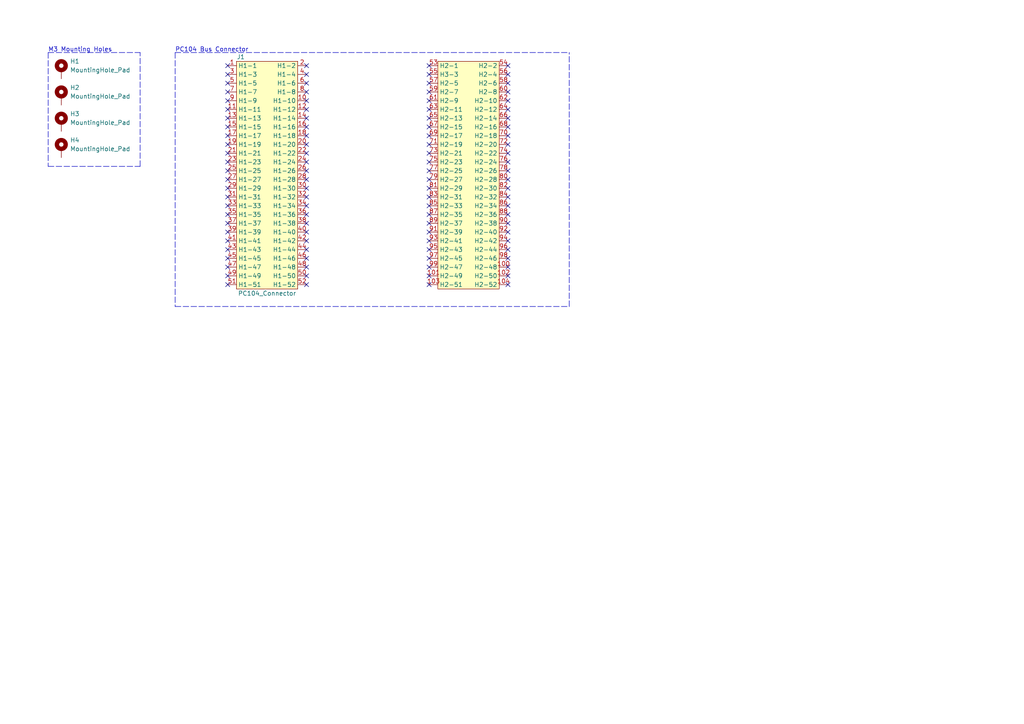
<source format=kicad_sch>
(kicad_sch (version 20211123) (generator eeschema)
  (paper "A4")
  (lib_symbols
    (symbol "Mechanical:MountingHole_Pad" (pin_numbers hide) (pin_names (offset 1.016) hide)
      (property "Reference" "H" (at 0 6.35 0))
      (property "Value" "MountingHole_Pad" (at 0 4.445 0))
      (symbol "MountingHole_Pad_0_1"
        (circle (center 0 1.27) (radius 1.27) (stroke (width 1.27)))
      )
      (symbol "MountingHole_Pad_1_1"
        (pin input line (at 0 -2.54 90) (length 2.54) (name "1") (number "1"))
      )
    )
    (symbol "qset-connector-library:PC104_Connector"
      (property "Reference" "J1" (at -36.83 -1.27 0))
      (property "Value" "PC104_Connector" (at -29.21 -69.85 0))
      (symbol "PC104_Connector_0_1"
        (rectangle (start -38.1 -2.54) (end -20.32 -68.58) (fill (type background)))
        (rectangle (start 20.32 -2.54) (end 38.1 -68.58) (fill (type background)))
      )
      (symbol "PC104_Connector_1_1"
        (pin bidirectional line (at -40.64 -3.81 0) (length 2.54) (name "H1-1") (number "1"))
        (pin bidirectional line (at -17.78 -13.97 180) (length 2.54) (name "H1-10") (number "10"))
        (pin bidirectional line (at 40.64 -62.23 180) (length 2.54) (name "H2-48") (number "100"))
        (pin bidirectional line (at 17.78 -64.77 0) (length 2.54) (name "H2-49") (number "101"))
        (pin bidirectional line (at 40.64 -64.77 180) (length 2.54) (name "H2-50") (number "102"))
        (pin bidirectional line (at 17.78 -67.31 0) (length 2.54) (name "H2-51") (number "103"))
        (pin bidirectional line (at 40.64 -67.31 180) (length 2.54) (name "H2-52") (number "104"))
        (pin bidirectional line (at -40.64 -16.51 0) (length 2.54) (name "H1-11") (number "11"))
        (pin bidirectional line (at -17.78 -16.51 180) (length 2.54) (name "H1-12") (number "12"))
        (pin bidirectional line (at -40.64 -19.05 0) (length 2.54) (name "H1-13") (number "13"))
        (pin bidirectional line (at -17.78 -19.05 180) (length 2.54) (name "H1-14") (number "14"))
        (pin bidirectional line (at -40.64 -21.59 0) (length 2.54) (name "H1-15") (number "15"))
        (pin bidirectional line (at -17.78 -21.59 180) (length 2.54) (name "H1-16") (number "16"))
        (pin bidirectional line (at -40.64 -24.13 0) (length 2.54) (name "H1-17") (number "17"))
        (pin bidirectional line (at -17.78 -24.13 180) (length 2.54) (name "H1-18") (number "18"))
        (pin bidirectional line (at -40.64 -26.67 0) (length 2.54) (name "H1-19") (number "19"))
        (pin bidirectional line (at -17.78 -3.81 180) (length 2.54) (name "H1-2") (number "2"))
        (pin bidirectional line (at -17.78 -26.67 180) (length 2.54) (name "H1-20") (number "20"))
        (pin bidirectional line (at -40.64 -29.21 0) (length 2.54) (name "H1-21") (number "21"))
        (pin bidirectional line (at -17.78 -29.21 180) (length 2.54) (name "H1-22") (number "22"))
        (pin bidirectional line (at -40.64 -31.75 0) (length 2.54) (name "H1-23") (number "23"))
        (pin bidirectional line (at -17.78 -31.75 180) (length 2.54) (name "H1-24") (number "24"))
        (pin bidirectional line (at -40.64 -34.29 0) (length 2.54) (name "H1-25") (number "25"))
        (pin bidirectional line (at -17.78 -34.29 180) (length 2.54) (name "H1-26") (number "26"))
        (pin bidirectional line (at -40.64 -36.83 0) (length 2.54) (name "H1-27") (number "27"))
        (pin bidirectional line (at -17.78 -36.83 180) (length 2.54) (name "H1-28") (number "28"))
        (pin bidirectional line (at -40.64 -39.37 0) (length 2.54) (name "H1-29") (number "29"))
        (pin bidirectional line (at -40.64 -6.35 0) (length 2.54) (name "H1-3") (number "3"))
        (pin bidirectional line (at -17.78 -39.37 180) (length 2.54) (name "H1-30") (number "30"))
        (pin bidirectional line (at -40.64 -41.91 0) (length 2.54) (name "H1-31") (number "31"))
        (pin bidirectional line (at -17.78 -41.91 180) (length 2.54) (name "H1-32") (number "32"))
        (pin bidirectional line (at -40.64 -44.45 0) (length 2.54) (name "H1-33") (number "33"))
        (pin bidirectional line (at -17.78 -44.45 180) (length 2.54) (name "H1-34") (number "34"))
        (pin bidirectional line (at -40.64 -46.99 0) (length 2.54) (name "H1-35") (number "35"))
        (pin bidirectional line (at -17.78 -46.99 180) (length 2.54) (name "H1-36") (number "36"))
        (pin bidirectional line (at -40.64 -49.53 0) (length 2.54) (name "H1-37") (number "37"))
        (pin bidirectional line (at -17.78 -49.53 180) (length 2.54) (name "H1-38") (number "38"))
        (pin bidirectional line (at -40.64 -52.07 0) (length 2.54) (name "H1-39") (number "39"))
        (pin bidirectional line (at -17.78 -6.35 180) (length 2.54) (name "H1-4") (number "4"))
        (pin bidirectional line (at -17.78 -52.07 180) (length 2.54) (name "H1-40") (number "40"))
        (pin bidirectional line (at -40.64 -54.61 0) (length 2.54) (name "H1-41") (number "41"))
        (pin bidirectional line (at -17.78 -54.61 180) (length 2.54) (name "H1-42") (number "42"))
        (pin bidirectional line (at -40.64 -57.15 0) (length 2.54) (name "H1-43") (number "43"))
        (pin bidirectional line (at -17.78 -57.15 180) (length 2.54) (name "H1-44") (number "44"))
        (pin bidirectional line (at -40.64 -59.69 0) (length 2.54) (name "H1-45") (number "45"))
        (pin bidirectional line (at -17.78 -59.69 180) (length 2.54) (name "H1-46") (number "46"))
        (pin bidirectional line (at -40.64 -62.23 0) (length 2.54) (name "H1-47") (number "47"))
        (pin bidirectional line (at -17.78 -62.23 180) (length 2.54) (name "H1-48") (number "48"))
        (pin bidirectional line (at -40.64 -64.77 0) (length 2.54) (name "H1-49") (number "49"))
        (pin bidirectional line (at -40.64 -8.89 0) (length 2.54) (name "H1-5") (number "5"))
        (pin bidirectional line (at -17.78 -64.77 180) (length 2.54) (name "H1-50") (number "50"))
        (pin bidirectional line (at -40.64 -67.31 0) (length 2.54) (name "H1-51") (number "51"))
        (pin bidirectional line (at -17.78 -67.31 180) (length 2.54) (name "H1-52") (number "52"))
        (pin bidirectional line (at 17.78 -3.81 0) (length 2.54) (name "H2-1") (number "53"))
        (pin bidirectional line (at 40.64 -3.81 180) (length 2.54) (name "H2-2") (number "54"))
        (pin bidirectional line (at 17.78 -6.35 0) (length 2.54) (name "H3-3") (number "55"))
        (pin bidirectional line (at 40.64 -6.35 180) (length 2.54) (name "H2-4") (number "56"))
        (pin bidirectional line (at 17.78 -8.89 0) (length 2.54) (name "H2-5") (number "57"))
        (pin bidirectional line (at 40.64 -8.89 180) (length 2.54) (name "H2-6") (number "58"))
        (pin bidirectional line (at 17.78 -11.43 0) (length 2.54) (name "H2-7") (number "59"))
        (pin bidirectional line (at -17.78 -8.89 180) (length 2.54) (name "H1-6") (number "6"))
        (pin bidirectional line (at 40.64 -11.43 180) (length 2.54) (name "H2-8") (number "60"))
        (pin bidirectional line (at 17.78 -13.97 0) (length 2.54) (name "H2-9") (number "61"))
        (pin bidirectional line (at 40.64 -13.97 180) (length 2.54) (name "H2-10") (number "62"))
        (pin bidirectional line (at 17.78 -16.51 0) (length 2.54) (name "H2-11") (number "63"))
        (pin bidirectional line (at 40.64 -16.51 180) (length 2.54) (name "H2-12") (number "64"))
        (pin bidirectional line (at 17.78 -19.05 0) (length 2.54) (name "H2-13") (number "65"))
        (pin bidirectional line (at 40.64 -19.05 180) (length 2.54) (name "H2-14") (number "66"))
        (pin bidirectional line (at 17.78 -21.59 0) (length 2.54) (name "H2-15") (number "67"))
        (pin bidirectional line (at 40.64 -21.59 180) (length 2.54) (name "H2-16") (number "68"))
        (pin bidirectional line (at 17.78 -24.13 0) (length 2.54) (name "H2-17") (number "69"))
        (pin bidirectional line (at -40.64 -11.43 0) (length 2.54) (name "H1-7") (number "7"))
        (pin bidirectional line (at 40.64 -24.13 180) (length 2.54) (name "H2-18") (number "70"))
        (pin bidirectional line (at 17.78 -26.67 0) (length 2.54) (name "H2-19") (number "71"))
        (pin bidirectional line (at 40.64 -26.67 180) (length 2.54) (name "H2-20") (number "72"))
        (pin bidirectional line (at 17.78 -29.21 0) (length 2.54) (name "H2-21") (number "73"))
        (pin bidirectional line (at 40.64 -29.21 180) (length 2.54) (name "H2-22") (number "74"))
        (pin bidirectional line (at 17.78 -31.75 0) (length 2.54) (name "H2-23") (number "75"))
        (pin bidirectional line (at 40.64 -31.75 180) (length 2.54) (name "H2-24") (number "76"))
        (pin bidirectional line (at 17.78 -34.29 0) (length 2.54) (name "H2-25") (number "77"))
        (pin bidirectional line (at 40.64 -34.29 180) (length 2.54) (name "H2-26") (number "78"))
        (pin bidirectional line (at 17.78 -36.83 0) (length 2.54) (name "H2-27") (number "79"))
        (pin bidirectional line (at -17.78 -11.43 180) (length 2.54) (name "H1-8") (number "8"))
        (pin bidirectional line (at 40.64 -36.83 180) (length 2.54) (name "H2-28") (number "80"))
        (pin bidirectional line (at 17.78 -39.37 0) (length 2.54) (name "H2-29") (number "81"))
        (pin bidirectional line (at 40.64 -39.37 180) (length 2.54) (name "H2-30") (number "82"))
        (pin bidirectional line (at 17.78 -41.91 0) (length 2.54) (name "H2-31") (number "83"))
        (pin bidirectional line (at 40.64 -41.91 180) (length 2.54) (name "H2-32") (number "84"))
        (pin bidirectional line (at 17.78 -44.45 0) (length 2.54) (name "H2-33") (number "85"))
        (pin bidirectional line (at 40.64 -44.45 180) (length 2.54) (name "H2-34") (number "86"))
        (pin bidirectional line (at 17.78 -46.99 0) (length 2.54) (name "H2-35") (number "87"))
        (pin bidirectional line (at 40.64 -46.99 180) (length 2.54) (name "H2-36") (number "88"))
        (pin bidirectional line (at 17.78 -49.53 0) (length 2.54) (name "H2-37") (number "89"))
        (pin bidirectional line (at -40.64 -13.97 0) (length 2.54) (name "H1-9") (number "9"))
        (pin bidirectional line (at 40.64 -49.53 180) (length 2.54) (name "H2-38") (number "90"))
        (pin bidirectional line (at 17.78 -52.07 0) (length 2.54) (name "H2-39") (number "91"))
        (pin bidirectional line (at 40.64 -52.07 180) (length 2.54) (name "H2-40") (number "92"))
        (pin bidirectional line (at 17.78 -54.61 0) (length 2.54) (name "H2-41") (number "93"))
        (pin bidirectional line (at 40.64 -54.61 180) (length 2.54) (name "H2-42") (number "94"))
        (pin bidirectional line (at 17.78 -57.15 0) (length 2.54) (name "H2-43") (number "95"))
        (pin bidirectional line (at 40.64 -57.15 180) (length 2.54) (name "H2-44") (number "96"))
        (pin bidirectional line (at 17.78 -59.69 0) (length 2.54) (name "H2-45") (number "97"))
        (pin bidirectional line (at 40.64 -59.69 180) (length 2.54) (name "H2-46") (number "98"))
        (pin bidirectional line (at 17.78 -62.23 0) (length 2.54) (name "H2-47") (number "99"))
      )
    )
  )
  (no_connect (at 66.04 29.21))
  (no_connect (at 66.04 31.75))
  (no_connect (at 66.04 46.99))
  (no_connect (at 66.04 19.05))
  (no_connect (at 66.04 21.59))
  (no_connect (at 66.04 24.13))
  (no_connect (at 66.04 26.67))
  (no_connect (at 66.04 34.29))
  (no_connect (at 66.04 36.83))
  (no_connect (at 66.04 39.37))
  (no_connect (at 66.04 41.91))
  (no_connect (at 66.04 44.45))
  (no_connect (at 66.04 59.69))
  (no_connect (at 66.04 62.23))
  (no_connect (at 66.04 64.77))
  (no_connect (at 66.04 67.31))
  (no_connect (at 66.04 69.85))
  (no_connect (at 66.04 72.39))
  (no_connect (at 66.04 74.93))
  (no_connect (at 66.04 77.47))
  (no_connect (at 66.04 80.01))
  (no_connect (at 66.04 82.55))
  (no_connect (at 88.9 82.55))
  (no_connect (at 88.9 80.01))
  (no_connect (at 88.9 77.47))
  (no_connect (at 88.9 74.93))
  (no_connect (at 88.9 72.39))
  (no_connect (at 88.9 69.85))
  (no_connect (at 88.9 67.31))
  (no_connect (at 88.9 64.77))
  (no_connect (at 88.9 62.23))
  (no_connect (at 88.9 59.69))
  (no_connect (at 66.04 49.53))
  (no_connect (at 66.04 52.07))
  (no_connect (at 66.04 54.61))
  (no_connect (at 66.04 57.15))
  (no_connect (at 88.9 57.15))
  (no_connect (at 88.9 54.61))
  (no_connect (at 88.9 52.07))
  (no_connect (at 88.9 49.53))
  (no_connect (at 88.9 46.99))
  (no_connect (at 88.9 44.45))
  (no_connect (at 88.9 41.91))
  (no_connect (at 88.9 36.83))
  (no_connect (at 88.9 39.37))
  (no_connect (at 88.9 19.05))
  (no_connect (at 88.9 21.59))
  (no_connect (at 88.9 24.13))
  (no_connect (at 88.9 26.67))
  (no_connect (at 88.9 29.21))
  (no_connect (at 88.9 31.75))
  (no_connect (at 88.9 34.29))
  (no_connect (at 124.46 31.75))
  (no_connect (at 124.46 19.05))
  (no_connect (at 124.46 21.59))
  (no_connect (at 124.46 24.13))
  (no_connect (at 124.46 26.67))
  (no_connect (at 124.46 29.21))
  (no_connect (at 124.46 34.29))
  (no_connect (at 124.46 36.83))
  (no_connect (at 124.46 39.37))
  (no_connect (at 124.46 41.91))
  (no_connect (at 124.46 44.45))
  (no_connect (at 124.46 46.99))
  (no_connect (at 124.46 49.53))
  (no_connect (at 124.46 52.07))
  (no_connect (at 124.46 54.61))
  (no_connect (at 124.46 57.15))
  (no_connect (at 124.46 59.69))
  (no_connect (at 124.46 62.23))
  (no_connect (at 124.46 64.77))
  (no_connect (at 124.46 67.31))
  (no_connect (at 124.46 69.85))
  (no_connect (at 124.46 72.39))
  (no_connect (at 124.46 74.93))
  (no_connect (at 124.46 77.47))
  (no_connect (at 124.46 80.01))
  (no_connect (at 124.46 82.55))
  (no_connect (at 147.32 82.55))
  (no_connect (at 147.32 80.01))
  (no_connect (at 147.32 77.47))
  (no_connect (at 147.32 74.93))
  (no_connect (at 147.32 72.39))
  (no_connect (at 147.32 69.85))
  (no_connect (at 147.32 67.31))
  (no_connect (at 147.32 64.77))
  (no_connect (at 147.32 62.23))
  (no_connect (at 147.32 59.69))
  (no_connect (at 147.32 57.15))
  (no_connect (at 147.32 54.61))
  (no_connect (at 147.32 52.07))
  (no_connect (at 147.32 29.21))
  (no_connect (at 147.32 19.05))
  (no_connect (at 147.32 21.59))
  (no_connect (at 147.32 24.13))
  (no_connect (at 147.32 26.67))
  (no_connect (at 147.32 49.53))
  (no_connect (at 147.32 46.99))
  (no_connect (at 147.32 44.45))
  (no_connect (at 147.32 41.91))
  (no_connect (at 147.32 39.37))
  (no_connect (at 147.32 36.83))
  (no_connect (at 147.32 34.29))
  (no_connect (at 147.32 31.75))
  (polyline (pts (xy 50.8 15.24) (xy 50.8 88.9)))
  (polyline (pts (xy 13.97 15.24) (xy 13.97 48.26)))
  (polyline (pts (xy 50.8 88.9) (xy 165.1 88.9)))
  (polyline (pts (xy 40.64 48.26) (xy 40.64 15.24)))
  (polyline (pts (xy 13.97 48.26) (xy 40.64 48.26)))
  (polyline (pts (xy 50.8 15.24) (xy 165.1 15.24)))
  (polyline (pts (xy 165.1 88.9) (xy 165.1 15.24)))
  (polyline (pts (xy 13.97 15.24) (xy 40.64 15.24)))
  (text "M3 Mounting Holes\n" (at 13.97 15.24 0) (effects (font (size 1.27 1.27)) (justify left bottom)))
  (text "PC104 Bus Connector" (at 50.8 15.24 0) (effects (font (size 1.27 1.27)) (justify left bottom)))
  (symbol (lib_id "Mechanical:MountingHole_Pad") (at 17.78 27.94 0) (unit 1)
    (property "Reference" "H2" (at 20.32 25.3999 0) (effects (justify left)))
    (property "Value" "MountingHole_Pad" (at 20.32 27.9399 0) (effects (justify left)))
    (property "Footprint" "MountingHole:MountingHole_3.2mm_M3_Pad_TopBottom" (effects hide))
  )
  (symbol (lib_id "Mechanical:MountingHole_Pad") (at 17.78 20.32 0) (unit 1)
    (property "Reference" "H1" (at 20.32 17.7799 0) (effects (justify left)))
    (property "Value" "MountingHole_Pad" (at 20.32 20.3199 0) (effects (justify left)))
    (property "Footprint" "MountingHole:MountingHole_3.2mm_M3_Pad_TopBottom" (effects hide))
  )
  (symbol (lib_id "Mechanical:MountingHole_Pad") (at 17.78 43.18 0) (unit 1)
    (property "Reference" "H4" (at 20.32 40.6399 0) (effects (justify left)))
    (property "Value" "MountingHole_Pad" (at 20.32 43.1799 0) (effects (justify left)))
    (property "Footprint" "MountingHole:MountingHole_3.2mm_M3_Pad_TopBottom" (effects hide))
  )
  (symbol (lib_id "qset-connector-library:PC104_Connector") (at 106.68 15.24 0) (unit 1)
    (property "Reference" "J1" (at 69.85 16.51 0))
    (property "Value" "PC104_Connector" (at 77.47 85.09 0))
    (property "Footprint" "pc104-connector:pc104-connector" (effects hide))
  )
  (symbol (lib_id "Mechanical:MountingHole_Pad") (at 17.78 35.56 0) (unit 1)
    (property "Reference" "H3" (at 20.32 33.0199 0) (effects (justify left)))
    (property "Value" "MountingHole_Pad" (at 20.32 35.5599 0) (effects (justify left)))
    (property "Footprint" "MountingHole:MountingHole_3.2mm_M3_Pad_TopBottom" (effects hide))
  )
)
</source>
